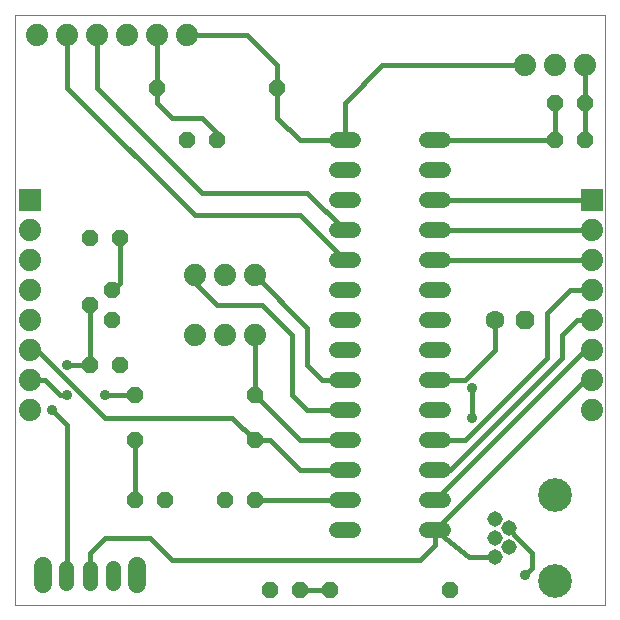
<source format=gtl>
G75*
%MOIN*%
%OFA0B0*%
%FSLAX25Y25*%
%IPPOS*%
%LPD*%
%AMOC8*
5,1,8,0,0,1.08239X$1,22.5*
%
%ADD10C,0.00000*%
%ADD11OC8,0.05200*%
%ADD12C,0.05150*%
%ADD13C,0.05937*%
%ADD14C,0.05200*%
%ADD15C,0.07400*%
%ADD16C,0.05150*%
%ADD17C,0.11220*%
%ADD18R,0.07400X0.07400*%
%ADD19C,0.06300*%
%ADD20OC8,0.06300*%
%ADD21C,0.01600*%
%ADD22C,0.03562*%
D10*
X0018531Y0004500D02*
X0018531Y0201350D01*
X0215381Y0201350D01*
X0215381Y0004500D01*
X0018531Y0004500D01*
D11*
X0058531Y0039500D03*
X0068531Y0039500D03*
X0088531Y0039500D03*
X0098531Y0039500D03*
X0098531Y0059500D03*
X0098531Y0074500D03*
X0058531Y0074500D03*
X0053531Y0084500D03*
X0043531Y0084500D03*
X0051031Y0099500D03*
X0043531Y0104500D03*
X0051031Y0109500D03*
X0053531Y0127000D03*
X0043531Y0127000D03*
X0076031Y0159500D03*
X0086031Y0159500D03*
X0106031Y0177000D03*
X0066031Y0177000D03*
X0058531Y0059500D03*
X0103531Y0009500D03*
X0113531Y0009500D03*
X0123531Y0009500D03*
X0163531Y0009500D03*
X0198531Y0159500D03*
X0208531Y0159500D03*
X0208531Y0172000D03*
X0198531Y0172000D03*
D12*
X0051405Y0017075D02*
X0051405Y0011925D01*
X0043531Y0011925D02*
X0043531Y0017075D01*
X0035657Y0017075D02*
X0035657Y0011925D01*
D13*
X0027783Y0011531D02*
X0027783Y0017469D01*
X0059279Y0017469D02*
X0059279Y0011531D01*
D14*
X0125931Y0029500D02*
X0131131Y0029500D01*
X0131131Y0039500D02*
X0125931Y0039500D01*
X0125931Y0049500D02*
X0131131Y0049500D01*
X0131131Y0059500D02*
X0125931Y0059500D01*
X0125931Y0069500D02*
X0131131Y0069500D01*
X0131131Y0079500D02*
X0125931Y0079500D01*
X0125931Y0089500D02*
X0131131Y0089500D01*
X0131131Y0099500D02*
X0125931Y0099500D01*
X0125931Y0109500D02*
X0131131Y0109500D01*
X0131131Y0119500D02*
X0125931Y0119500D01*
X0125931Y0129500D02*
X0131131Y0129500D01*
X0131131Y0139500D02*
X0125931Y0139500D01*
X0125931Y0149500D02*
X0131131Y0149500D01*
X0131131Y0159500D02*
X0125931Y0159500D01*
X0155931Y0159500D02*
X0161131Y0159500D01*
X0161131Y0149500D02*
X0155931Y0149500D01*
X0155931Y0139500D02*
X0161131Y0139500D01*
X0161131Y0129500D02*
X0155931Y0129500D01*
X0155931Y0119500D02*
X0161131Y0119500D01*
X0161131Y0109500D02*
X0155931Y0109500D01*
X0155931Y0099500D02*
X0161131Y0099500D01*
X0161131Y0089500D02*
X0155931Y0089500D01*
X0155931Y0079500D02*
X0161131Y0079500D01*
X0161131Y0069500D02*
X0155931Y0069500D01*
X0155931Y0059500D02*
X0161131Y0059500D01*
X0161131Y0049500D02*
X0155931Y0049500D01*
X0155931Y0039500D02*
X0161131Y0039500D01*
X0161131Y0029500D02*
X0155931Y0029500D01*
D15*
X0211031Y0069500D03*
X0211031Y0079500D03*
X0211031Y0089500D03*
X0211031Y0099500D03*
X0211031Y0109500D03*
X0211031Y0119500D03*
X0211031Y0129500D03*
X0208531Y0184500D03*
X0198531Y0184500D03*
X0188531Y0184500D03*
X0098531Y0114500D03*
X0088531Y0114500D03*
X0078531Y0114500D03*
X0078531Y0094500D03*
X0088531Y0094500D03*
X0098531Y0094500D03*
X0023531Y0089500D03*
X0023531Y0079500D03*
X0023531Y0069500D03*
X0023531Y0099500D03*
X0023531Y0109500D03*
X0023531Y0119500D03*
X0023531Y0129500D03*
X0026031Y0194500D03*
X0036031Y0194500D03*
X0046031Y0194500D03*
X0056031Y0194500D03*
X0066031Y0194500D03*
X0076031Y0194500D03*
D16*
X0178452Y0033299D03*
X0183177Y0030150D03*
X0178452Y0027000D03*
X0183177Y0023850D03*
X0178452Y0020701D03*
D17*
X0198531Y0012630D03*
X0198531Y0041370D03*
D18*
X0211031Y0139500D03*
X0023531Y0139500D03*
D19*
X0178531Y0099500D03*
D20*
X0188531Y0099500D03*
D21*
X0196031Y0102000D02*
X0196031Y0087000D01*
X0168531Y0059500D01*
X0158531Y0059500D01*
X0158531Y0049500D02*
X0163531Y0049500D01*
X0201031Y0087000D01*
X0201031Y0094500D01*
X0206031Y0099500D01*
X0211031Y0099500D01*
X0211031Y0109500D02*
X0203531Y0109500D01*
X0196031Y0102000D01*
X0208531Y0089500D02*
X0158531Y0039500D01*
X0158531Y0029500D02*
X0208531Y0079500D01*
X0211031Y0079500D01*
X0211031Y0089500D02*
X0208531Y0089500D01*
X0178531Y0089500D02*
X0168531Y0079500D01*
X0158531Y0079500D01*
X0158944Y0079913D01*
X0171031Y0077000D02*
X0171031Y0067000D01*
X0178531Y0089500D02*
X0178531Y0099500D01*
X0158531Y0119500D02*
X0211031Y0119500D01*
X0211031Y0129500D02*
X0158531Y0129500D01*
X0158531Y0139500D02*
X0211031Y0139500D01*
X0208531Y0159500D02*
X0208531Y0172000D01*
X0208531Y0184500D01*
X0198531Y0172000D02*
X0198531Y0159500D01*
X0158531Y0159500D01*
X0141031Y0184500D02*
X0128531Y0172000D01*
X0128531Y0159500D01*
X0113531Y0159500D01*
X0106031Y0167000D01*
X0106031Y0177000D01*
X0106031Y0184500D01*
X0096031Y0194500D01*
X0076031Y0194500D01*
X0066031Y0194500D02*
X0066031Y0177000D01*
X0066031Y0172000D01*
X0071031Y0167000D01*
X0081031Y0167000D01*
X0086031Y0162000D01*
X0086031Y0159500D01*
X0081031Y0142000D02*
X0116031Y0142000D01*
X0128531Y0129500D01*
X0128531Y0119500D02*
X0113531Y0134500D01*
X0078531Y0134500D01*
X0036031Y0177000D01*
X0036031Y0194500D01*
X0046031Y0194500D02*
X0046031Y0177000D01*
X0081031Y0142000D01*
X0053531Y0127000D02*
X0053531Y0112000D01*
X0051031Y0109500D01*
X0043531Y0104500D02*
X0043531Y0084500D01*
X0036031Y0084500D01*
X0028531Y0079500D02*
X0023531Y0079500D01*
X0028531Y0079500D02*
X0033531Y0074500D01*
X0036031Y0074500D01*
X0031031Y0069500D02*
X0036031Y0064500D01*
X0036031Y0014874D01*
X0035657Y0014500D01*
X0043531Y0014500D02*
X0043531Y0022000D01*
X0048531Y0027000D01*
X0063531Y0027000D01*
X0071031Y0019500D01*
X0153531Y0019500D01*
X0158531Y0024500D01*
X0158531Y0029500D01*
X0169830Y0020701D01*
X0178452Y0020701D01*
X0185381Y0027650D02*
X0191031Y0022000D01*
X0191031Y0017000D01*
X0188531Y0014500D01*
X0185381Y0027650D02*
X0183177Y0030150D01*
X0128531Y0039500D02*
X0098531Y0039500D01*
X0113531Y0049500D02*
X0128531Y0049500D01*
X0128531Y0059500D02*
X0113531Y0059500D01*
X0098531Y0074500D01*
X0098531Y0094500D01*
X0101031Y0104500D02*
X0111031Y0094500D01*
X0111031Y0074500D01*
X0116031Y0069500D01*
X0128531Y0069500D01*
X0128531Y0079500D02*
X0121031Y0079500D01*
X0116031Y0084500D01*
X0116031Y0097000D01*
X0098531Y0114500D01*
X0101031Y0104500D02*
X0086031Y0104500D01*
X0078531Y0112000D01*
X0078531Y0114500D01*
X0058531Y0074500D02*
X0048531Y0074500D01*
X0048531Y0067000D02*
X0091031Y0067000D01*
X0098531Y0059500D01*
X0103531Y0059500D01*
X0113531Y0049500D01*
X0113531Y0009500D02*
X0123531Y0009500D01*
X0058531Y0039500D02*
X0058531Y0059500D01*
X0048531Y0067000D02*
X0026031Y0089500D01*
X0023531Y0089500D01*
X0141031Y0184500D02*
X0188531Y0184500D01*
D22*
X0171031Y0077000D03*
X0171031Y0067000D03*
X0188531Y0014500D03*
X0048531Y0074500D03*
X0036031Y0074500D03*
X0031031Y0069500D03*
X0036031Y0084500D03*
M02*

</source>
